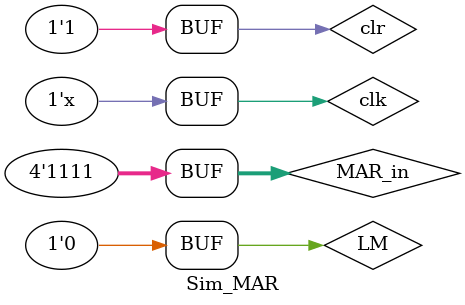
<source format=v>
module MAR (LM,clk,clr,MAR_in,MAR_out);
 input       LM,clk,clr;
 input  [3:0]MAR_in;
 output [3:0]MAR_out;
 reg [3:0]temp;
 
 always@(posedge clk)
 begin
 if (clr)    temp<=4'b0;
 else if(LM) temp<=MAR_in;
 else        temp<=temp;
 end
 
 assign MAR_out=temp;
 endmodule
 
 //-----testbench-----
 module Sim_MAR;
 reg       LM,clk,clr;
 reg  [3:0]MAR_in;
 wire [3:0]MAR_out;
   MAR H(LM,clk,clr,MAR_in,MAR_out);
   initial
   begin
         clk=1'b0; LM=1'b0; clr=1'b1; MAR_in=4'd5;// clear
   #100            LM=1'b1; clr=1'b1; //
   #100            LM=1'b1; clr=1'b0; // load
   #100            LM=1'b1; clr=1'b0;  MAR_in=4'd15;//load
   #100            LM=1'b0; clr=1'b1;
   end
   always
   #50 clk=~clk;
   endmodule
</source>
